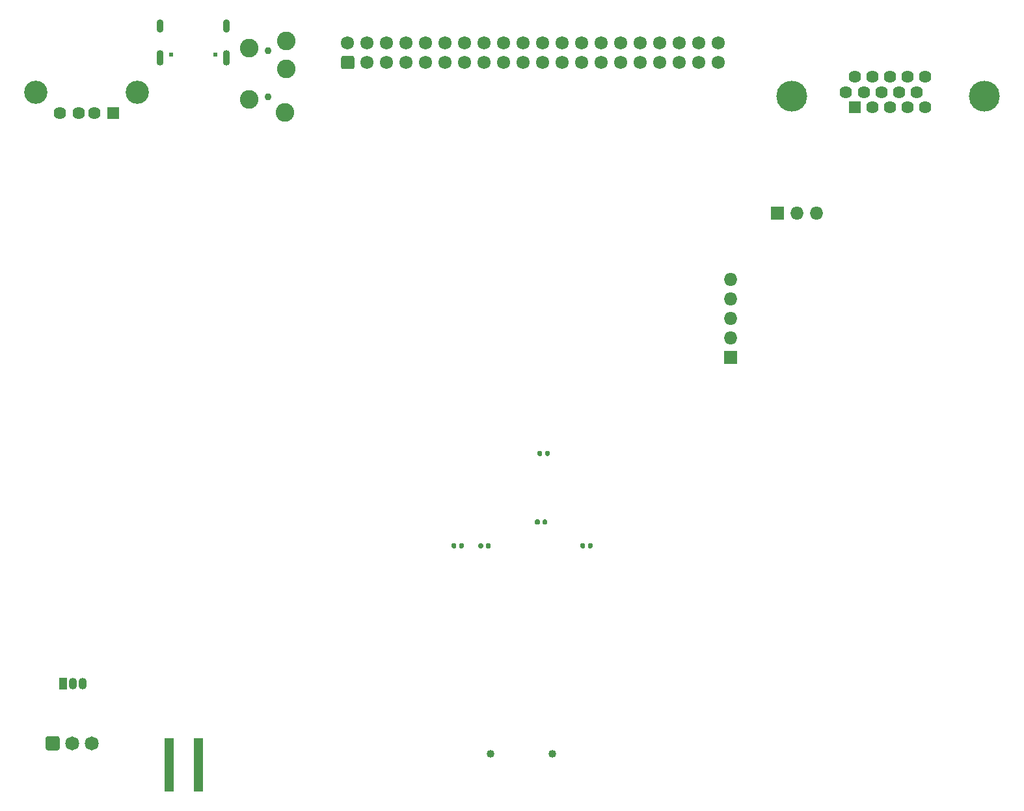
<source format=gbs>
%TF.GenerationSoftware,KiCad,Pcbnew,5.1.6*%
%TF.CreationDate,2020-07-15T20:49:46+02:00*%
%TF.ProjectId,CMM2-JLC,434d4d32-2d4a-44c4-932e-6b696361645f,rev?*%
%TF.SameCoordinates,Original*%
%TF.FileFunction,Soldermask,Bot*%
%TF.FilePolarity,Negative*%
%FSLAX46Y46*%
G04 Gerber Fmt 4.6, Leading zero omitted, Abs format (unit mm)*
G04 Created by KiCad (PCBNEW 5.1.6) date 2020-07-15 20:49:46*
%MOMM*%
%LPD*%
G01*
G04 APERTURE LIST*
%ADD10C,4.020000*%
%ADD11C,1.620000*%
%ADD12R,1.620000X1.620000*%
%ADD13C,0.620000*%
%ADD14O,0.920000X1.720000*%
%ADD15O,0.920000X2.020000*%
%ADD16C,1.720000*%
%ADD17C,1.820000*%
%ADD18R,1.070000X1.520000*%
%ADD19O,1.070000X1.520000*%
%ADD20O,1.720000X1.720000*%
%ADD21R,1.720000X1.720000*%
%ADD22C,1.020000*%
%ADD23R,1.620000X1.520000*%
%ADD24C,3.020000*%
%ADD25C,2.420000*%
%ADD26C,0.920000*%
%ADD27R,1.290000X7.020000*%
G04 APERTURE END LIST*
D10*
%TO.C,J2*%
X120815000Y-31330000D03*
X145815000Y-31330000D03*
D11*
X138160000Y-28790000D03*
X135870000Y-28790000D03*
X133580000Y-28790000D03*
X131290000Y-28790000D03*
X129000000Y-28790000D03*
X137015000Y-30770000D03*
X134725000Y-30770000D03*
X132435000Y-30770000D03*
X130145000Y-30770000D03*
X127855000Y-30770000D03*
X138160000Y-32750000D03*
X135870000Y-32750000D03*
X133580000Y-32750000D03*
X131290000Y-32750000D03*
D12*
X129000000Y-32750000D03*
%TD*%
D13*
%TO.C,J4*%
X45790000Y-25850000D03*
X40010000Y-25850000D03*
D14*
X38580000Y-22160000D03*
X47220000Y-22160000D03*
D15*
X38580000Y-26330000D03*
X47220000Y-26330000D03*
%TD*%
D16*
%TO.C,J3*%
X111260000Y-24360000D03*
X108720000Y-24360000D03*
X106180000Y-24360000D03*
X103640000Y-24360000D03*
X101100000Y-24360000D03*
X98560000Y-24360000D03*
X96020000Y-24360000D03*
X93480000Y-24360000D03*
X90940000Y-24360000D03*
X88400000Y-24360000D03*
X85860000Y-24360000D03*
X83320000Y-24360000D03*
X80780000Y-24360000D03*
X78240000Y-24360000D03*
X75700000Y-24360000D03*
X73160000Y-24360000D03*
X70620000Y-24360000D03*
X68080000Y-24360000D03*
X65540000Y-24360000D03*
X63000000Y-24360000D03*
X111260000Y-26900000D03*
X108720000Y-26900000D03*
X106180000Y-26900000D03*
X103640000Y-26900000D03*
X101100000Y-26900000D03*
X98560000Y-26900000D03*
X96020000Y-26900000D03*
X93480000Y-26900000D03*
X90940000Y-26900000D03*
X88400000Y-26900000D03*
X85860000Y-26900000D03*
X83320000Y-26900000D03*
X80780000Y-26900000D03*
X78240000Y-26900000D03*
X75700000Y-26900000D03*
X73160000Y-26900000D03*
X70620000Y-26900000D03*
X68080000Y-26900000D03*
X65540000Y-26900000D03*
G36*
G01*
X63607059Y-27760000D02*
X62392941Y-27760000D01*
G75*
G02*
X62140000Y-27507059I0J252941D01*
G01*
X62140000Y-26292941D01*
G75*
G02*
X62392941Y-26040000I252941J0D01*
G01*
X63607059Y-26040000D01*
G75*
G02*
X63860000Y-26292941I0J-252941D01*
G01*
X63860000Y-27507059D01*
G75*
G02*
X63607059Y-27760000I-252941J0D01*
G01*
G37*
%TD*%
%TO.C,C31*%
G36*
G01*
X88316000Y-77648100D02*
X88316000Y-78003100D01*
G75*
G02*
X88163500Y-78155600I-152500J0D01*
G01*
X87858500Y-78155600D01*
G75*
G02*
X87706000Y-78003100I0J152500D01*
G01*
X87706000Y-77648100D01*
G75*
G02*
X87858500Y-77495600I152500J0D01*
G01*
X88163500Y-77495600D01*
G75*
G02*
X88316000Y-77648100I0J-152500D01*
G01*
G37*
G36*
G01*
X89286000Y-77648100D02*
X89286000Y-78003100D01*
G75*
G02*
X89133500Y-78155600I-152500J0D01*
G01*
X88828500Y-78155600D01*
G75*
G02*
X88676000Y-78003100I0J152500D01*
G01*
X88676000Y-77648100D01*
G75*
G02*
X88828500Y-77495600I152500J0D01*
G01*
X89133500Y-77495600D01*
G75*
G02*
X89286000Y-77648100I0J-152500D01*
G01*
G37*
%TD*%
D17*
%TO.C,U7*%
X29680000Y-115600000D03*
X27140000Y-115600000D03*
G36*
G01*
X23690000Y-116258840D02*
X23690000Y-114941160D01*
G75*
G02*
X23941160Y-114690000I251160J0D01*
G01*
X25258840Y-114690000D01*
G75*
G02*
X25510000Y-114941160I0J-251160D01*
G01*
X25510000Y-116258840D01*
G75*
G02*
X25258840Y-116510000I-251160J0D01*
G01*
X23941160Y-116510000D01*
G75*
G02*
X23690000Y-116258840I0J251160D01*
G01*
G37*
%TD*%
D18*
%TO.C,U5*%
X25930000Y-107800000D03*
D19*
X28470000Y-107800000D03*
X27200000Y-107800000D03*
%TD*%
D20*
%TO.C,J9*%
X124030000Y-46500000D03*
X121490000Y-46500000D03*
D21*
X118950000Y-46500000D03*
%TD*%
D22*
%TO.C,J8*%
X81600000Y-117000000D03*
X89600000Y-117000000D03*
%TD*%
D20*
%TO.C,J7*%
X112800000Y-55190000D03*
X112800000Y-57730000D03*
X112800000Y-60270000D03*
X112800000Y-62810000D03*
D21*
X112800000Y-65350000D03*
%TD*%
D11*
%TO.C,J6*%
X25500000Y-33500000D03*
X28000000Y-33500000D03*
X30000000Y-33500000D03*
D23*
X32500000Y-33500000D03*
D24*
X22430000Y-30790000D03*
X35570000Y-30790000D03*
%TD*%
D25*
%TO.C,J5*%
X55020000Y-24100000D03*
X50180000Y-25000000D03*
X55020000Y-27700000D03*
X54820000Y-33400000D03*
X50180000Y-31700000D03*
D26*
X52600000Y-25400000D03*
X52600000Y-31400000D03*
%TD*%
%TO.C,C23*%
G36*
G01*
X77497600Y-90030000D02*
X77497600Y-89675000D01*
G75*
G02*
X77650100Y-89522500I152500J0D01*
G01*
X77955100Y-89522500D01*
G75*
G02*
X78107600Y-89675000I0J-152500D01*
G01*
X78107600Y-90030000D01*
G75*
G02*
X77955100Y-90182500I-152500J0D01*
G01*
X77650100Y-90182500D01*
G75*
G02*
X77497600Y-90030000I0J152500D01*
G01*
G37*
G36*
G01*
X76527600Y-90030000D02*
X76527600Y-89675000D01*
G75*
G02*
X76680100Y-89522500I152500J0D01*
G01*
X76985100Y-89522500D01*
G75*
G02*
X77137600Y-89675000I0J-152500D01*
G01*
X77137600Y-90030000D01*
G75*
G02*
X76985100Y-90182500I-152500J0D01*
G01*
X76680100Y-90182500D01*
G75*
G02*
X76527600Y-90030000I0J152500D01*
G01*
G37*
%TD*%
%TO.C,C22*%
G36*
G01*
X80617400Y-89713100D02*
X80617400Y-90068100D01*
G75*
G02*
X80464900Y-90220600I-152500J0D01*
G01*
X80159900Y-90220600D01*
G75*
G02*
X80007400Y-90068100I0J152500D01*
G01*
X80007400Y-89713100D01*
G75*
G02*
X80159900Y-89560600I152500J0D01*
G01*
X80464900Y-89560600D01*
G75*
G02*
X80617400Y-89713100I0J-152500D01*
G01*
G37*
G36*
G01*
X81587400Y-89713100D02*
X81587400Y-90068100D01*
G75*
G02*
X81434900Y-90220600I-152500J0D01*
G01*
X81129900Y-90220600D01*
G75*
G02*
X80977400Y-90068100I0J152500D01*
G01*
X80977400Y-89713100D01*
G75*
G02*
X81129900Y-89560600I152500J0D01*
G01*
X81434900Y-89560600D01*
G75*
G02*
X81587400Y-89713100I0J-152500D01*
G01*
G37*
%TD*%
%TO.C,C5*%
G36*
G01*
X87985800Y-86601600D02*
X87985800Y-86956600D01*
G75*
G02*
X87833300Y-87109100I-152500J0D01*
G01*
X87528300Y-87109100D01*
G75*
G02*
X87375800Y-86956600I0J152500D01*
G01*
X87375800Y-86601600D01*
G75*
G02*
X87528300Y-86449100I152500J0D01*
G01*
X87833300Y-86449100D01*
G75*
G02*
X87985800Y-86601600I0J-152500D01*
G01*
G37*
G36*
G01*
X88955800Y-86601600D02*
X88955800Y-86956600D01*
G75*
G02*
X88803300Y-87109100I-152500J0D01*
G01*
X88498300Y-87109100D01*
G75*
G02*
X88345800Y-86956600I0J152500D01*
G01*
X88345800Y-86601600D01*
G75*
G02*
X88498300Y-86449100I152500J0D01*
G01*
X88803300Y-86449100D01*
G75*
G02*
X88955800Y-86601600I0J-152500D01*
G01*
G37*
%TD*%
%TO.C,C4*%
G36*
G01*
X93888900Y-89675000D02*
X93888900Y-90030000D01*
G75*
G02*
X93736400Y-90182500I-152500J0D01*
G01*
X93431400Y-90182500D01*
G75*
G02*
X93278900Y-90030000I0J152500D01*
G01*
X93278900Y-89675000D01*
G75*
G02*
X93431400Y-89522500I152500J0D01*
G01*
X93736400Y-89522500D01*
G75*
G02*
X93888900Y-89675000I0J-152500D01*
G01*
G37*
G36*
G01*
X94858900Y-89675000D02*
X94858900Y-90030000D01*
G75*
G02*
X94706400Y-90182500I-152500J0D01*
G01*
X94401400Y-90182500D01*
G75*
G02*
X94248900Y-90030000I0J152500D01*
G01*
X94248900Y-89675000D01*
G75*
G02*
X94401400Y-89522500I152500J0D01*
G01*
X94706400Y-89522500D01*
G75*
G02*
X94858900Y-89675000I0J-152500D01*
G01*
G37*
%TD*%
D27*
%TO.C,J1*%
X43600000Y-118400000D03*
X39800000Y-118400000D03*
%TD*%
M02*

</source>
